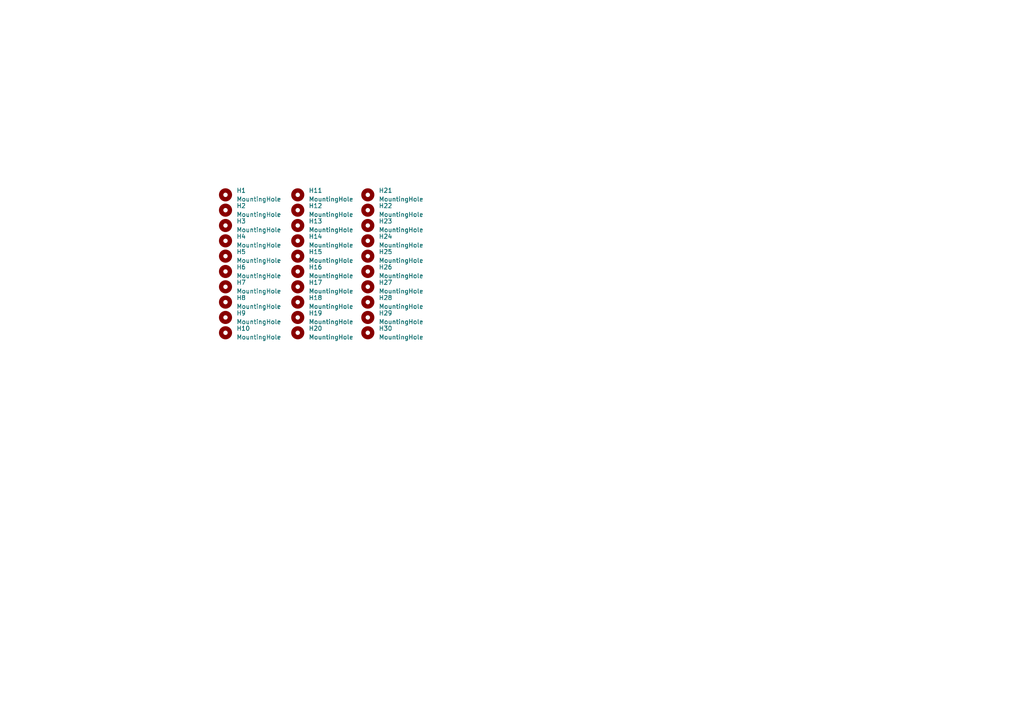
<source format=kicad_sch>
(kicad_sch (version 20211123) (generator eeschema)
  (paper "A4")
  (lib_symbols
    (symbol "Mechanical:MountingHole" (pin_names (offset 1.016))
      (property "Reference" "H" (at 0 5.08 0))
      (property "Value" "MountingHole" (at 0 3.175 0))
      (symbol "MountingHole_0_1"
        (circle (center 0 0) (radius 1.27) (stroke (width 1.27)))
      )
    )
  )
  (symbol (lib_id "Mechanical:MountingHole") (at 106.68 92.075 0) (unit 1)
    (property "Reference" "H29" (at 109.855 90.8049 0) (effects (justify left)))
    (property "Value" "MountingHole" (at 109.855 93.3449 0) (effects (justify left)))
    (property "Footprint" "Holes:MountingHoleM2" (effects hide))
  )
  (symbol (lib_id "Mechanical:MountingHole") (at 106.68 87.63 0) (unit 1)
    (property "Reference" "H28" (at 109.855 86.3599 0) (effects (justify left)))
    (property "Value" "MountingHole" (at 109.855 88.8999 0) (effects (justify left)))
    (property "Footprint" "Holes:MountingHoleM2" (effects hide))
  )
  (symbol (lib_id "Mechanical:MountingHole") (at 106.68 74.295 0) (unit 1)
    (property "Reference" "H25" (at 109.855 73.0249 0) (effects (justify left)))
    (property "Value" "MountingHole" (at 109.855 75.5649 0) (effects (justify left)))
    (property "Footprint" "Holes:MountingHoleM2" (effects hide))
  )
  (symbol (lib_id "Mechanical:MountingHole") (at 65.405 56.515 0) (unit 1)
    (property "Reference" "H1" (at 68.58 55.2449 0) (effects (justify left)))
    (property "Value" "MountingHole" (at 68.58 57.7849 0) (effects (justify left)))
    (property "Footprint" "Holes:MountingHoleM2" (effects hide))
  )
  (symbol (lib_id "Mechanical:MountingHole") (at 106.68 69.85 0) (unit 1)
    (property "Reference" "H24" (at 109.855 68.5799 0) (effects (justify left)))
    (property "Value" "MountingHole" (at 109.855 71.1199 0) (effects (justify left)))
    (property "Footprint" "Holes:MountingHoleM2" (effects hide))
  )
  (symbol (lib_id "Mechanical:MountingHole") (at 86.36 83.185 0) (unit 1)
    (property "Reference" "H17" (at 89.535 81.9149 0) (effects (justify left)))
    (property "Value" "MountingHole" (at 89.535 84.4549 0) (effects (justify left)))
    (property "Footprint" "Holes:MountingHoleM2" (effects hide))
  )
  (symbol (lib_id "Mechanical:MountingHole") (at 86.36 78.74 0) (unit 1)
    (property "Reference" "H16" (at 89.535 77.4699 0) (effects (justify left)))
    (property "Value" "MountingHole" (at 89.535 80.0099 0) (effects (justify left)))
    (property "Footprint" "Holes:MountingHoleM2" (effects hide))
  )
  (symbol (lib_id "Mechanical:MountingHole") (at 65.405 78.74 0) (unit 1)
    (property "Reference" "H6" (at 68.58 77.4699 0) (effects (justify left)))
    (property "Value" "MountingHole" (at 68.58 80.0099 0) (effects (justify left)))
    (property "Footprint" "Holes:MountingHoleM2" (effects hide))
  )
  (symbol (lib_id "Mechanical:MountingHole") (at 106.68 60.96 0) (unit 1)
    (property "Reference" "H22" (at 109.855 59.6899 0) (effects (justify left)))
    (property "Value" "MountingHole" (at 109.855 62.2299 0) (effects (justify left)))
    (property "Footprint" "Holes:MountingHoleM2" (effects hide))
  )
  (symbol (lib_id "Mechanical:MountingHole") (at 65.405 96.52 0) (unit 1)
    (property "Reference" "H10" (at 68.58 95.2499 0) (effects (justify left)))
    (property "Value" "MountingHole" (at 68.58 97.7899 0) (effects (justify left)))
    (property "Footprint" "Holes:MountingHoleM2" (effects hide))
  )
  (symbol (lib_id "Mechanical:MountingHole") (at 106.68 56.515 0) (unit 1)
    (property "Reference" "H21" (at 109.855 55.2449 0) (effects (justify left)))
    (property "Value" "MountingHole" (at 109.855 57.7849 0) (effects (justify left)))
    (property "Footprint" "Holes:MountingHoleM2" (effects hide))
  )
  (symbol (lib_id "Mechanical:MountingHole") (at 106.68 78.74 0) (unit 1)
    (property "Reference" "H26" (at 109.855 77.4699 0) (effects (justify left)))
    (property "Value" "MountingHole" (at 109.855 80.0099 0) (effects (justify left)))
    (property "Footprint" "Holes:MountingHoleM2" (effects hide))
  )
  (symbol (lib_id "Mechanical:MountingHole") (at 86.36 65.405 0) (unit 1)
    (property "Reference" "H13" (at 89.535 64.1349 0) (effects (justify left)))
    (property "Value" "MountingHole" (at 89.535 66.6749 0) (effects (justify left)))
    (property "Footprint" "Holes:MountingHoleM2" (effects hide))
  )
  (symbol (lib_id "Mechanical:MountingHole") (at 86.36 92.075 0) (unit 1)
    (property "Reference" "H19" (at 89.535 90.8049 0) (effects (justify left)))
    (property "Value" "MountingHole" (at 89.535 93.3449 0) (effects (justify left)))
    (property "Footprint" "Holes:MountingHoleM2" (effects hide))
  )
  (symbol (lib_id "Mechanical:MountingHole") (at 65.405 83.185 0) (unit 1)
    (property "Reference" "H7" (at 68.58 81.9149 0) (effects (justify left)))
    (property "Value" "MountingHole" (at 68.58 84.4549 0) (effects (justify left)))
    (property "Footprint" "Holes:MountingHoleM2" (effects hide))
  )
  (symbol (lib_id "Mechanical:MountingHole") (at 86.36 69.85 0) (unit 1)
    (property "Reference" "H14" (at 89.535 68.5799 0) (effects (justify left)))
    (property "Value" "MountingHole" (at 89.535 71.1199 0) (effects (justify left)))
    (property "Footprint" "Holes:MountingHoleM2" (effects hide))
  )
  (symbol (lib_id "Mechanical:MountingHole") (at 106.68 83.185 0) (unit 1)
    (property "Reference" "H27" (at 109.855 81.9149 0) (effects (justify left)))
    (property "Value" "MountingHole" (at 109.855 84.4549 0) (effects (justify left)))
    (property "Footprint" "Holes:MountingHoleM2" (effects hide))
  )
  (symbol (lib_id "Mechanical:MountingHole") (at 106.68 96.52 0) (unit 1)
    (property "Reference" "H30" (at 109.855 95.2499 0) (effects (justify left)))
    (property "Value" "MountingHole" (at 109.855 97.7899 0) (effects (justify left)))
    (property "Footprint" "Holes:MountingHoleM2" (effects hide))
  )
  (symbol (lib_id "Mechanical:MountingHole") (at 65.405 74.295 0) (unit 1)
    (property "Reference" "H5" (at 68.58 73.0249 0) (effects (justify left)))
    (property "Value" "MountingHole" (at 68.58 75.5649 0) (effects (justify left)))
    (property "Footprint" "Holes:MountingHoleM2" (effects hide))
  )
  (symbol (lib_id "Mechanical:MountingHole") (at 106.68 65.405 0) (unit 1)
    (property "Reference" "H23" (at 109.855 64.1349 0) (effects (justify left)))
    (property "Value" "MountingHole" (at 109.855 66.6749 0) (effects (justify left)))
    (property "Footprint" "Holes:MountingHoleM2" (effects hide))
  )
  (symbol (lib_id "Mechanical:MountingHole") (at 86.36 60.96 0) (unit 1)
    (property "Reference" "H12" (at 89.535 59.6899 0) (effects (justify left)))
    (property "Value" "MountingHole" (at 89.535 62.2299 0) (effects (justify left)))
    (property "Footprint" "Holes:MountingHoleM2" (effects hide))
  )
  (symbol (lib_id "Mechanical:MountingHole") (at 65.405 69.85 0) (unit 1)
    (property "Reference" "H4" (at 68.58 68.5799 0) (effects (justify left)))
    (property "Value" "MountingHole" (at 68.58 71.1199 0) (effects (justify left)))
    (property "Footprint" "Holes:MountingHoleM2" (effects hide))
  )
  (symbol (lib_id "Mechanical:MountingHole") (at 86.36 96.52 0) (unit 1)
    (property "Reference" "H20" (at 89.535 95.2499 0) (effects (justify left)))
    (property "Value" "MountingHole" (at 89.535 97.7899 0) (effects (justify left)))
    (property "Footprint" "Holes:MountingHoleM2" (effects hide))
  )
  (symbol (lib_id "Mechanical:MountingHole") (at 65.405 65.405 0) (unit 1)
    (property "Reference" "H3" (at 68.58 64.1349 0) (effects (justify left)))
    (property "Value" "MountingHole" (at 68.58 66.6749 0) (effects (justify left)))
    (property "Footprint" "Holes:MountingHoleM2" (effects hide))
  )
  (symbol (lib_id "Mechanical:MountingHole") (at 65.405 87.63 0) (unit 1)
    (property "Reference" "H8" (at 68.58 86.3599 0) (effects (justify left)))
    (property "Value" "MountingHole" (at 68.58 88.8999 0) (effects (justify left)))
    (property "Footprint" "Holes:MountingHoleM2" (effects hide))
  )
  (symbol (lib_id "Mechanical:MountingHole") (at 65.405 60.96 0) (unit 1)
    (property "Reference" "H2" (at 68.58 59.6899 0) (effects (justify left)))
    (property "Value" "MountingHole" (at 68.58 62.2299 0) (effects (justify left)))
    (property "Footprint" "Holes:MountingHoleM2" (effects hide))
  )
  (symbol (lib_id "Mechanical:MountingHole") (at 86.36 74.295 0) (unit 1)
    (property "Reference" "H15" (at 89.535 73.0249 0) (effects (justify left)))
    (property "Value" "MountingHole" (at 89.535 75.5649 0) (effects (justify left)))
    (property "Footprint" "Holes:MountingHoleM2" (effects hide))
  )
  (symbol (lib_id "Mechanical:MountingHole") (at 86.36 87.63 0) (unit 1)
    (property "Reference" "H18" (at 89.535 86.3599 0) (effects (justify left)))
    (property "Value" "MountingHole" (at 89.535 88.8999 0) (effects (justify left)))
    (property "Footprint" "Holes:MountingHoleM2" (effects hide))
  )
  (symbol (lib_id "Mechanical:MountingHole") (at 86.36 56.515 0) (unit 1)
    (property "Reference" "H11" (at 89.535 55.2449 0) (effects (justify left)))
    (property "Value" "MountingHole" (at 89.535 57.7849 0) (effects (justify left)))
    (property "Footprint" "Holes:MountingHoleM2" (effects hide))
  )
  (symbol (lib_id "Mechanical:MountingHole") (at 65.405 92.075 0) (unit 1)
    (property "Reference" "H9" (at 68.58 90.8049 0) (effects (justify left)))
    (property "Value" "MountingHole" (at 68.58 93.3449 0) (effects (justify left)))
    (property "Footprint" "Holes:MountingHoleM2" (effects hide))
  )
)
</source>
